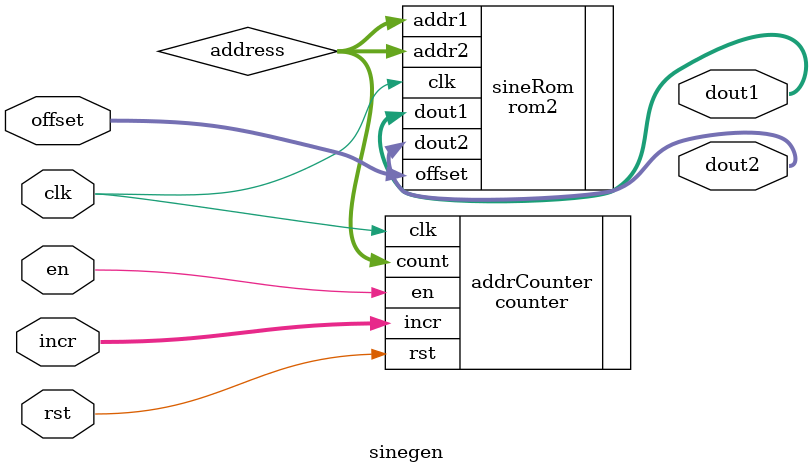
<source format=sv>
module sinegen #(
  parameter     A_WIDTH = 8,
                D_WIDTH = 8
)(
  // interface signals
  input  logic                  clk,      // clock 
  input  logic                  rst,      // reset 
  input  logic                  en,       // enable
  input  logic [A_WIDTH-1:0]    incr,     // increment
  input  logic [D_WIDTH-1:0]    offset,   // offset
  output logic [D_WIDTH-1:0]    dout1,    // count output
  output logic [D_WIDTH-1:0]    dout2
);

  logic  [A_WIDTH-1:0]       address;    // interconnect wire

counter addrCounter ( // instantiate counter module
  .clk (clk),
  .rst (rst),
  .en (en),
  .incr (incr),
  .count (address) // count - internal signal name; address - external signal name
);

rom2 sineRom (
    .clk (clk),
    .addr1 (address), 
    .addr2 (address), 
    .dout1 (dout1),
    .dout2 (dout2),
    .offset (offset)
);

endmodule

</source>
